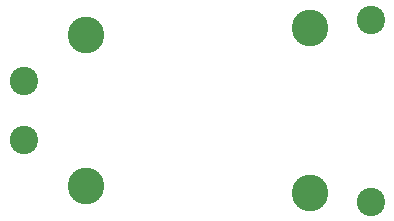
<source format=gbr>
G04 DipTrace 2.4.0.2*
%INTopMask.gbr*%
%MOIN*%
%ADD25C,0.1221*%
%ADD27C,0.0946*%
%FSLAX44Y44*%
G04*
G70*
G90*
G75*
G01*
%LNTopMask*%
%LPD*%
D27*
X5818Y7663D3*
X17393Y5616D3*
Y11679D3*
X5818Y9632D3*
D25*
X7901Y6129D3*
Y11169D3*
X15381Y5893D3*
Y11405D3*
M02*

</source>
